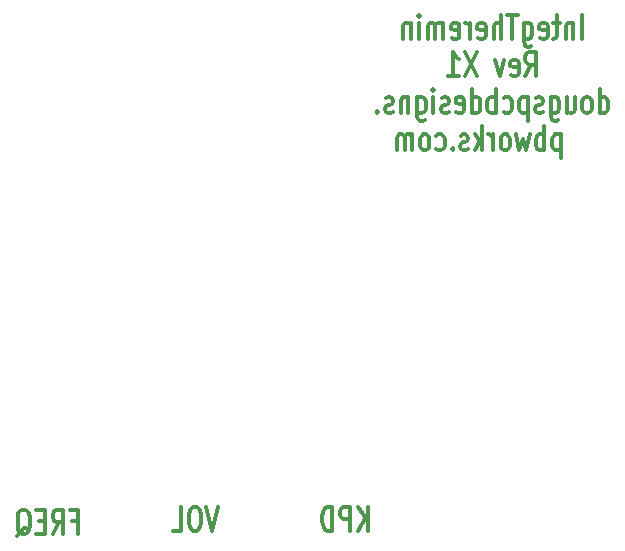
<source format=gbo>
G04 (created by PCBNEW-RS274X (2011-05-25)-stable) date Mon 25 Feb 2013 07:43:18 PM EST*
G01*
G70*
G90*
%MOIN*%
G04 Gerber Fmt 3.4, Leading zero omitted, Abs format*
%FSLAX34Y34*%
G04 APERTURE LIST*
%ADD10C,0.006000*%
%ADD11C,0.012000*%
G04 APERTURE END LIST*
G54D10*
G54D11*
X56457Y-50024D02*
X56457Y-49224D01*
X56114Y-50024D02*
X56371Y-49567D01*
X56114Y-49224D02*
X56457Y-49681D01*
X55857Y-50024D02*
X55857Y-49224D01*
X55629Y-49224D01*
X55571Y-49262D01*
X55543Y-49300D01*
X55514Y-49376D01*
X55514Y-49490D01*
X55543Y-49567D01*
X55571Y-49605D01*
X55629Y-49643D01*
X55857Y-49643D01*
X55257Y-50024D02*
X55257Y-49224D01*
X55114Y-49224D01*
X55029Y-49262D01*
X54971Y-49338D01*
X54943Y-49414D01*
X54914Y-49567D01*
X54914Y-49681D01*
X54943Y-49833D01*
X54971Y-49910D01*
X55029Y-49986D01*
X55114Y-50024D01*
X55257Y-50024D01*
X51457Y-49224D02*
X51257Y-50024D01*
X51057Y-49224D01*
X50743Y-49224D02*
X50629Y-49224D01*
X50571Y-49262D01*
X50514Y-49338D01*
X50486Y-49490D01*
X50486Y-49757D01*
X50514Y-49910D01*
X50571Y-49986D01*
X50629Y-50024D01*
X50743Y-50024D01*
X50800Y-49986D01*
X50857Y-49910D01*
X50886Y-49757D01*
X50886Y-49490D01*
X50857Y-49338D01*
X50800Y-49262D01*
X50743Y-49224D01*
X49942Y-50024D02*
X50228Y-50024D01*
X50228Y-49224D01*
X46600Y-49705D02*
X46800Y-49705D01*
X46800Y-50124D02*
X46800Y-49324D01*
X46514Y-49324D01*
X45943Y-50124D02*
X46143Y-49743D01*
X46286Y-50124D02*
X46286Y-49324D01*
X46058Y-49324D01*
X46000Y-49362D01*
X45972Y-49400D01*
X45943Y-49476D01*
X45943Y-49590D01*
X45972Y-49667D01*
X46000Y-49705D01*
X46058Y-49743D01*
X46286Y-49743D01*
X45686Y-49705D02*
X45486Y-49705D01*
X45400Y-50124D02*
X45686Y-50124D01*
X45686Y-49324D01*
X45400Y-49324D01*
X44743Y-50200D02*
X44800Y-50162D01*
X44857Y-50086D01*
X44943Y-49971D01*
X45000Y-49933D01*
X45057Y-49933D01*
X45029Y-50124D02*
X45086Y-50086D01*
X45143Y-50010D01*
X45172Y-49857D01*
X45172Y-49590D01*
X45143Y-49438D01*
X45086Y-49362D01*
X45029Y-49324D01*
X44915Y-49324D01*
X44857Y-49362D01*
X44800Y-49438D01*
X44772Y-49590D01*
X44772Y-49857D01*
X44800Y-50010D01*
X44857Y-50086D01*
X44915Y-50124D01*
X45029Y-50124D01*
X63585Y-33624D02*
X63585Y-32824D01*
X63299Y-33090D02*
X63299Y-33624D01*
X63299Y-33167D02*
X63271Y-33129D01*
X63213Y-33090D01*
X63128Y-33090D01*
X63071Y-33129D01*
X63042Y-33205D01*
X63042Y-33624D01*
X62842Y-33090D02*
X62613Y-33090D01*
X62756Y-32824D02*
X62756Y-33510D01*
X62728Y-33586D01*
X62670Y-33624D01*
X62613Y-33624D01*
X62185Y-33586D02*
X62242Y-33624D01*
X62356Y-33624D01*
X62413Y-33586D01*
X62442Y-33510D01*
X62442Y-33205D01*
X62413Y-33129D01*
X62356Y-33090D01*
X62242Y-33090D01*
X62185Y-33129D01*
X62156Y-33205D01*
X62156Y-33281D01*
X62442Y-33357D01*
X61642Y-33090D02*
X61642Y-33738D01*
X61671Y-33814D01*
X61699Y-33852D01*
X61756Y-33890D01*
X61842Y-33890D01*
X61899Y-33852D01*
X61642Y-33586D02*
X61699Y-33624D01*
X61813Y-33624D01*
X61871Y-33586D01*
X61899Y-33548D01*
X61928Y-33471D01*
X61928Y-33243D01*
X61899Y-33167D01*
X61871Y-33129D01*
X61813Y-33090D01*
X61699Y-33090D01*
X61642Y-33129D01*
X61442Y-32824D02*
X61099Y-32824D01*
X61270Y-33624D02*
X61270Y-32824D01*
X60899Y-33624D02*
X60899Y-32824D01*
X60642Y-33624D02*
X60642Y-33205D01*
X60671Y-33129D01*
X60728Y-33090D01*
X60813Y-33090D01*
X60871Y-33129D01*
X60899Y-33167D01*
X60128Y-33586D02*
X60185Y-33624D01*
X60299Y-33624D01*
X60356Y-33586D01*
X60385Y-33510D01*
X60385Y-33205D01*
X60356Y-33129D01*
X60299Y-33090D01*
X60185Y-33090D01*
X60128Y-33129D01*
X60099Y-33205D01*
X60099Y-33281D01*
X60385Y-33357D01*
X59842Y-33624D02*
X59842Y-33090D01*
X59842Y-33243D02*
X59814Y-33167D01*
X59785Y-33129D01*
X59728Y-33090D01*
X59671Y-33090D01*
X59243Y-33586D02*
X59300Y-33624D01*
X59414Y-33624D01*
X59471Y-33586D01*
X59500Y-33510D01*
X59500Y-33205D01*
X59471Y-33129D01*
X59414Y-33090D01*
X59300Y-33090D01*
X59243Y-33129D01*
X59214Y-33205D01*
X59214Y-33281D01*
X59500Y-33357D01*
X58957Y-33624D02*
X58957Y-33090D01*
X58957Y-33167D02*
X58929Y-33129D01*
X58871Y-33090D01*
X58786Y-33090D01*
X58729Y-33129D01*
X58700Y-33205D01*
X58700Y-33624D01*
X58700Y-33205D02*
X58671Y-33129D01*
X58614Y-33090D01*
X58529Y-33090D01*
X58471Y-33129D01*
X58443Y-33205D01*
X58443Y-33624D01*
X58157Y-33624D02*
X58157Y-33090D01*
X58157Y-32824D02*
X58186Y-32862D01*
X58157Y-32900D01*
X58129Y-32862D01*
X58157Y-32824D01*
X58157Y-32900D01*
X57871Y-33090D02*
X57871Y-33624D01*
X57871Y-33167D02*
X57843Y-33129D01*
X57785Y-33090D01*
X57700Y-33090D01*
X57643Y-33129D01*
X57614Y-33205D01*
X57614Y-33624D01*
X61699Y-34864D02*
X61899Y-34483D01*
X62042Y-34864D02*
X62042Y-34064D01*
X61814Y-34064D01*
X61756Y-34102D01*
X61728Y-34140D01*
X61699Y-34216D01*
X61699Y-34330D01*
X61728Y-34407D01*
X61756Y-34445D01*
X61814Y-34483D01*
X62042Y-34483D01*
X61214Y-34826D02*
X61271Y-34864D01*
X61385Y-34864D01*
X61442Y-34826D01*
X61471Y-34750D01*
X61471Y-34445D01*
X61442Y-34369D01*
X61385Y-34330D01*
X61271Y-34330D01*
X61214Y-34369D01*
X61185Y-34445D01*
X61185Y-34521D01*
X61471Y-34597D01*
X60985Y-34330D02*
X60842Y-34864D01*
X60700Y-34330D01*
X60071Y-34064D02*
X59671Y-34864D01*
X59671Y-34064D02*
X60071Y-34864D01*
X59129Y-34864D02*
X59472Y-34864D01*
X59300Y-34864D02*
X59300Y-34064D01*
X59357Y-34178D01*
X59415Y-34254D01*
X59472Y-34292D01*
X64172Y-36104D02*
X64172Y-35304D01*
X64172Y-36066D02*
X64229Y-36104D01*
X64343Y-36104D01*
X64401Y-36066D01*
X64429Y-36028D01*
X64458Y-35951D01*
X64458Y-35723D01*
X64429Y-35647D01*
X64401Y-35609D01*
X64343Y-35570D01*
X64229Y-35570D01*
X64172Y-35609D01*
X63800Y-36104D02*
X63858Y-36066D01*
X63886Y-36028D01*
X63915Y-35951D01*
X63915Y-35723D01*
X63886Y-35647D01*
X63858Y-35609D01*
X63800Y-35570D01*
X63715Y-35570D01*
X63658Y-35609D01*
X63629Y-35647D01*
X63600Y-35723D01*
X63600Y-35951D01*
X63629Y-36028D01*
X63658Y-36066D01*
X63715Y-36104D01*
X63800Y-36104D01*
X63086Y-35570D02*
X63086Y-36104D01*
X63343Y-35570D02*
X63343Y-35990D01*
X63315Y-36066D01*
X63257Y-36104D01*
X63172Y-36104D01*
X63115Y-36066D01*
X63086Y-36028D01*
X62543Y-35570D02*
X62543Y-36218D01*
X62572Y-36294D01*
X62600Y-36332D01*
X62657Y-36370D01*
X62743Y-36370D01*
X62800Y-36332D01*
X62543Y-36066D02*
X62600Y-36104D01*
X62714Y-36104D01*
X62772Y-36066D01*
X62800Y-36028D01*
X62829Y-35951D01*
X62829Y-35723D01*
X62800Y-35647D01*
X62772Y-35609D01*
X62714Y-35570D01*
X62600Y-35570D01*
X62543Y-35609D01*
X62286Y-36066D02*
X62229Y-36104D01*
X62114Y-36104D01*
X62057Y-36066D01*
X62029Y-35990D01*
X62029Y-35951D01*
X62057Y-35875D01*
X62114Y-35837D01*
X62200Y-35837D01*
X62257Y-35799D01*
X62286Y-35723D01*
X62286Y-35685D01*
X62257Y-35609D01*
X62200Y-35570D01*
X62114Y-35570D01*
X62057Y-35609D01*
X61771Y-35570D02*
X61771Y-36370D01*
X61771Y-35609D02*
X61714Y-35570D01*
X61600Y-35570D01*
X61543Y-35609D01*
X61514Y-35647D01*
X61485Y-35723D01*
X61485Y-35951D01*
X61514Y-36028D01*
X61543Y-36066D01*
X61600Y-36104D01*
X61714Y-36104D01*
X61771Y-36066D01*
X60971Y-36066D02*
X61028Y-36104D01*
X61142Y-36104D01*
X61200Y-36066D01*
X61228Y-36028D01*
X61257Y-35951D01*
X61257Y-35723D01*
X61228Y-35647D01*
X61200Y-35609D01*
X61142Y-35570D01*
X61028Y-35570D01*
X60971Y-35609D01*
X60714Y-36104D02*
X60714Y-35304D01*
X60714Y-35609D02*
X60657Y-35570D01*
X60543Y-35570D01*
X60486Y-35609D01*
X60457Y-35647D01*
X60428Y-35723D01*
X60428Y-35951D01*
X60457Y-36028D01*
X60486Y-36066D01*
X60543Y-36104D01*
X60657Y-36104D01*
X60714Y-36066D01*
X59914Y-36104D02*
X59914Y-35304D01*
X59914Y-36066D02*
X59971Y-36104D01*
X60085Y-36104D01*
X60143Y-36066D01*
X60171Y-36028D01*
X60200Y-35951D01*
X60200Y-35723D01*
X60171Y-35647D01*
X60143Y-35609D01*
X60085Y-35570D01*
X59971Y-35570D01*
X59914Y-35609D01*
X59400Y-36066D02*
X59457Y-36104D01*
X59571Y-36104D01*
X59628Y-36066D01*
X59657Y-35990D01*
X59657Y-35685D01*
X59628Y-35609D01*
X59571Y-35570D01*
X59457Y-35570D01*
X59400Y-35609D01*
X59371Y-35685D01*
X59371Y-35761D01*
X59657Y-35837D01*
X59143Y-36066D02*
X59086Y-36104D01*
X58971Y-36104D01*
X58914Y-36066D01*
X58886Y-35990D01*
X58886Y-35951D01*
X58914Y-35875D01*
X58971Y-35837D01*
X59057Y-35837D01*
X59114Y-35799D01*
X59143Y-35723D01*
X59143Y-35685D01*
X59114Y-35609D01*
X59057Y-35570D01*
X58971Y-35570D01*
X58914Y-35609D01*
X58628Y-36104D02*
X58628Y-35570D01*
X58628Y-35304D02*
X58657Y-35342D01*
X58628Y-35380D01*
X58600Y-35342D01*
X58628Y-35304D01*
X58628Y-35380D01*
X58085Y-35570D02*
X58085Y-36218D01*
X58114Y-36294D01*
X58142Y-36332D01*
X58199Y-36370D01*
X58285Y-36370D01*
X58342Y-36332D01*
X58085Y-36066D02*
X58142Y-36104D01*
X58256Y-36104D01*
X58314Y-36066D01*
X58342Y-36028D01*
X58371Y-35951D01*
X58371Y-35723D01*
X58342Y-35647D01*
X58314Y-35609D01*
X58256Y-35570D01*
X58142Y-35570D01*
X58085Y-35609D01*
X57799Y-35570D02*
X57799Y-36104D01*
X57799Y-35647D02*
X57771Y-35609D01*
X57713Y-35570D01*
X57628Y-35570D01*
X57571Y-35609D01*
X57542Y-35685D01*
X57542Y-36104D01*
X57285Y-36066D02*
X57228Y-36104D01*
X57113Y-36104D01*
X57056Y-36066D01*
X57028Y-35990D01*
X57028Y-35951D01*
X57056Y-35875D01*
X57113Y-35837D01*
X57199Y-35837D01*
X57256Y-35799D01*
X57285Y-35723D01*
X57285Y-35685D01*
X57256Y-35609D01*
X57199Y-35570D01*
X57113Y-35570D01*
X57056Y-35609D01*
X56770Y-36028D02*
X56742Y-36066D01*
X56770Y-36104D01*
X56799Y-36066D01*
X56770Y-36028D01*
X56770Y-36104D01*
X62872Y-36810D02*
X62872Y-37610D01*
X62872Y-36849D02*
X62815Y-36810D01*
X62701Y-36810D01*
X62644Y-36849D01*
X62615Y-36887D01*
X62586Y-36963D01*
X62586Y-37191D01*
X62615Y-37268D01*
X62644Y-37306D01*
X62701Y-37344D01*
X62815Y-37344D01*
X62872Y-37306D01*
X62329Y-37344D02*
X62329Y-36544D01*
X62329Y-36849D02*
X62272Y-36810D01*
X62158Y-36810D01*
X62101Y-36849D01*
X62072Y-36887D01*
X62043Y-36963D01*
X62043Y-37191D01*
X62072Y-37268D01*
X62101Y-37306D01*
X62158Y-37344D01*
X62272Y-37344D01*
X62329Y-37306D01*
X61843Y-36810D02*
X61729Y-37344D01*
X61615Y-36963D01*
X61500Y-37344D01*
X61386Y-36810D01*
X61071Y-37344D02*
X61129Y-37306D01*
X61157Y-37268D01*
X61186Y-37191D01*
X61186Y-36963D01*
X61157Y-36887D01*
X61129Y-36849D01*
X61071Y-36810D01*
X60986Y-36810D01*
X60929Y-36849D01*
X60900Y-36887D01*
X60871Y-36963D01*
X60871Y-37191D01*
X60900Y-37268D01*
X60929Y-37306D01*
X60986Y-37344D01*
X61071Y-37344D01*
X60614Y-37344D02*
X60614Y-36810D01*
X60614Y-36963D02*
X60586Y-36887D01*
X60557Y-36849D01*
X60500Y-36810D01*
X60443Y-36810D01*
X60243Y-37344D02*
X60243Y-36544D01*
X60186Y-37039D02*
X60015Y-37344D01*
X60015Y-36810D02*
X60243Y-37115D01*
X59786Y-37306D02*
X59729Y-37344D01*
X59614Y-37344D01*
X59557Y-37306D01*
X59529Y-37230D01*
X59529Y-37191D01*
X59557Y-37115D01*
X59614Y-37077D01*
X59700Y-37077D01*
X59757Y-37039D01*
X59786Y-36963D01*
X59786Y-36925D01*
X59757Y-36849D01*
X59700Y-36810D01*
X59614Y-36810D01*
X59557Y-36849D01*
X59271Y-37268D02*
X59243Y-37306D01*
X59271Y-37344D01*
X59300Y-37306D01*
X59271Y-37268D01*
X59271Y-37344D01*
X58728Y-37306D02*
X58785Y-37344D01*
X58899Y-37344D01*
X58957Y-37306D01*
X58985Y-37268D01*
X59014Y-37191D01*
X59014Y-36963D01*
X58985Y-36887D01*
X58957Y-36849D01*
X58899Y-36810D01*
X58785Y-36810D01*
X58728Y-36849D01*
X58385Y-37344D02*
X58443Y-37306D01*
X58471Y-37268D01*
X58500Y-37191D01*
X58500Y-36963D01*
X58471Y-36887D01*
X58443Y-36849D01*
X58385Y-36810D01*
X58300Y-36810D01*
X58243Y-36849D01*
X58214Y-36887D01*
X58185Y-36963D01*
X58185Y-37191D01*
X58214Y-37268D01*
X58243Y-37306D01*
X58300Y-37344D01*
X58385Y-37344D01*
X57928Y-37344D02*
X57928Y-36810D01*
X57928Y-36887D02*
X57900Y-36849D01*
X57842Y-36810D01*
X57757Y-36810D01*
X57700Y-36849D01*
X57671Y-36925D01*
X57671Y-37344D01*
X57671Y-36925D02*
X57642Y-36849D01*
X57585Y-36810D01*
X57500Y-36810D01*
X57442Y-36849D01*
X57414Y-36925D01*
X57414Y-37344D01*
M02*

</source>
